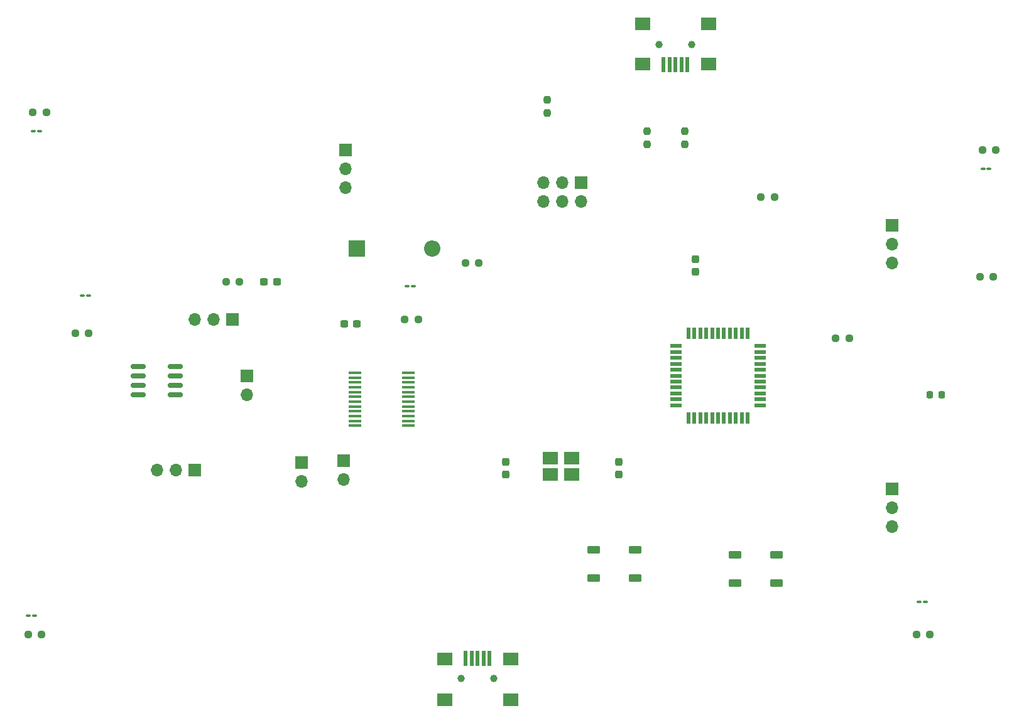
<source format=gts>
G04 #@! TF.GenerationSoftware,KiCad,Pcbnew,7.0.7*
G04 #@! TF.CreationDate,2024-04-22T17:45:01+02:00*
G04 #@! TF.ProjectId,SE3-pad,5345332d-7061-4642-9e6b-696361645f70,rev?*
G04 #@! TF.SameCoordinates,Original*
G04 #@! TF.FileFunction,Soldermask,Top*
G04 #@! TF.FilePolarity,Negative*
%FSLAX46Y46*%
G04 Gerber Fmt 4.6, Leading zero omitted, Abs format (unit mm)*
G04 Created by KiCad (PCBNEW 7.0.7) date 2024-04-22 17:45:01*
%MOMM*%
%LPD*%
G01*
G04 APERTURE LIST*
G04 Aperture macros list*
%AMRoundRect*
0 Rectangle with rounded corners*
0 $1 Rounding radius*
0 $2 $3 $4 $5 $6 $7 $8 $9 X,Y pos of 4 corners*
0 Add a 4 corners polygon primitive as box body*
4,1,4,$2,$3,$4,$5,$6,$7,$8,$9,$2,$3,0*
0 Add four circle primitives for the rounded corners*
1,1,$1+$1,$2,$3*
1,1,$1+$1,$4,$5*
1,1,$1+$1,$6,$7*
1,1,$1+$1,$8,$9*
0 Add four rect primitives between the rounded corners*
20,1,$1+$1,$2,$3,$4,$5,0*
20,1,$1+$1,$4,$5,$6,$7,0*
20,1,$1+$1,$6,$7,$8,$9,0*
20,1,$1+$1,$8,$9,$2,$3,0*%
G04 Aperture macros list end*
%ADD10RoundRect,0.237500X-0.237500X0.300000X-0.237500X-0.300000X0.237500X-0.300000X0.237500X0.300000X0*%
%ADD11RoundRect,0.237500X0.237500X-0.300000X0.237500X0.300000X-0.237500X0.300000X-0.237500X-0.300000X0*%
%ADD12RoundRect,0.218750X0.218750X0.256250X-0.218750X0.256250X-0.218750X-0.256250X0.218750X-0.256250X0*%
%ADD13RoundRect,0.237500X-0.250000X-0.237500X0.250000X-0.237500X0.250000X0.237500X-0.250000X0.237500X0*%
%ADD14RoundRect,0.237500X-0.237500X0.250000X-0.237500X-0.250000X0.237500X-0.250000X0.237500X0.250000X0*%
%ADD15R,0.550000X1.500000*%
%ADD16R,1.500000X0.550000*%
%ADD17R,1.700000X1.700000*%
%ADD18O,1.700000X1.700000*%
%ADD19RoundRect,0.101600X-0.762000X0.381000X-0.762000X-0.381000X0.762000X-0.381000X0.762000X0.381000X0*%
%ADD20R,2.100000X1.800000*%
%ADD21RoundRect,0.237500X0.237500X-0.250000X0.237500X0.250000X-0.237500X0.250000X-0.237500X-0.250000X0*%
%ADD22RoundRect,0.100000X-0.217500X-0.100000X0.217500X-0.100000X0.217500X0.100000X-0.217500X0.100000X0*%
%ADD23R,2.200000X2.200000*%
%ADD24O,2.200000X2.200000*%
%ADD25RoundRect,0.237500X-0.300000X-0.237500X0.300000X-0.237500X0.300000X0.237500X-0.300000X0.237500X0*%
%ADD26C,1.000000*%
%ADD27R,0.500000X2.000000*%
%ADD28R,2.000000X1.700000*%
%ADD29RoundRect,0.150000X-0.825000X-0.150000X0.825000X-0.150000X0.825000X0.150000X-0.825000X0.150000X0*%
%ADD30R,1.750000X0.450000*%
G04 APERTURE END LIST*
D10*
X146050000Y-105590000D03*
X146050000Y-107315000D03*
D11*
X130810000Y-107315000D03*
X130810000Y-105590000D03*
X156337000Y-79983500D03*
X156337000Y-78258500D03*
D12*
X189535000Y-96520000D03*
X187960000Y-96520000D03*
D13*
X165180000Y-69850000D03*
X167005000Y-69850000D03*
D14*
X136398000Y-56722000D03*
X136398000Y-58547000D03*
D13*
X175260000Y-88900000D03*
X177085000Y-88900000D03*
D15*
X163400000Y-88280000D03*
X162600000Y-88280000D03*
X161800000Y-88280000D03*
X161000000Y-88280000D03*
X160200000Y-88280000D03*
X159400000Y-88280000D03*
X158600000Y-88280000D03*
X157800000Y-88280000D03*
X157000000Y-88280000D03*
X156200000Y-88280000D03*
X155400000Y-88280000D03*
D16*
X153700000Y-89980000D03*
X153700000Y-90780000D03*
X153700000Y-91580000D03*
X153700000Y-92380000D03*
X153700000Y-93180000D03*
X153700000Y-93980000D03*
X153700000Y-94780000D03*
X153700000Y-95580000D03*
X153700000Y-96380000D03*
X153700000Y-97180000D03*
X153700000Y-97980000D03*
D15*
X155400000Y-99680000D03*
X156200000Y-99680000D03*
X157000000Y-99680000D03*
X157800000Y-99680000D03*
X158600000Y-99680000D03*
X159400000Y-99680000D03*
X160200000Y-99680000D03*
X161000000Y-99680000D03*
X161800000Y-99680000D03*
X162600000Y-99680000D03*
X163400000Y-99680000D03*
D16*
X165100000Y-97980000D03*
X165100000Y-97180000D03*
X165100000Y-96380000D03*
X165100000Y-95580000D03*
X165100000Y-94780000D03*
X165100000Y-93980000D03*
X165100000Y-93180000D03*
X165100000Y-92380000D03*
X165100000Y-91580000D03*
X165100000Y-90780000D03*
X165100000Y-89980000D03*
D17*
X140970000Y-67945000D03*
D18*
X140970000Y-70485000D03*
X138430000Y-67945000D03*
X138430000Y-70485000D03*
X135890000Y-67945000D03*
X135890000Y-70485000D03*
D19*
X148209000Y-121285000D03*
X142621000Y-121285000D03*
X148209000Y-117475000D03*
X142621000Y-117475000D03*
X167259000Y-121920000D03*
X161671000Y-121920000D03*
X167259000Y-118110000D03*
X161671000Y-118110000D03*
D20*
X136800000Y-107315000D03*
X139700000Y-107315000D03*
X139700000Y-105115000D03*
X136800000Y-105115000D03*
D13*
X194667500Y-80645000D03*
X196492500Y-80645000D03*
D21*
X154940000Y-62785000D03*
X154940000Y-60960000D03*
X149860000Y-62785000D03*
X149860000Y-60960000D03*
D13*
X195025000Y-63500000D03*
X196850000Y-63500000D03*
D22*
X117500000Y-81915000D03*
X118315000Y-81915000D03*
D13*
X72747500Y-88265000D03*
X74572500Y-88265000D03*
D17*
X109220000Y-63500000D03*
D18*
X109220000Y-66040000D03*
X109220000Y-68580000D03*
D17*
X88900000Y-106680000D03*
D18*
X86360000Y-106680000D03*
X83820000Y-106680000D03*
D13*
X67032500Y-58420000D03*
X68857500Y-58420000D03*
D17*
X93980000Y-86360000D03*
D18*
X91440000Y-86360000D03*
X88900000Y-86360000D03*
D22*
X67105000Y-60960000D03*
X67920000Y-60960000D03*
X66470000Y-126365000D03*
X67285000Y-126365000D03*
D17*
X95885000Y-93975000D03*
D18*
X95885000Y-96515000D03*
D13*
X186135000Y-128905000D03*
X187960000Y-128905000D03*
D22*
X73732500Y-83185000D03*
X74547500Y-83185000D03*
D13*
X125325000Y-78740000D03*
X127150000Y-78740000D03*
X93067500Y-81280000D03*
X94892500Y-81280000D03*
D17*
X103251000Y-105664000D03*
D18*
X103251000Y-108204000D03*
D23*
X110720000Y-76835000D03*
D24*
X120880000Y-76835000D03*
D25*
X98197500Y-81280000D03*
X99922500Y-81280000D03*
D26*
X155870000Y-49335000D03*
X151470000Y-49335000D03*
D27*
X155270000Y-52035000D03*
X154470000Y-52035000D03*
X153670000Y-52035000D03*
X152870000Y-52035000D03*
X152070000Y-52035000D03*
D28*
X158120000Y-51935000D03*
X158120000Y-46485000D03*
X149220000Y-51935000D03*
X149220000Y-46485000D03*
D22*
X186485000Y-124460000D03*
X187300000Y-124460000D03*
X195097500Y-66040000D03*
X195912500Y-66040000D03*
D17*
X108966000Y-105410000D03*
D18*
X108966000Y-107950000D03*
D26*
X124800000Y-134815000D03*
X129200000Y-134815000D03*
D27*
X125400000Y-132115000D03*
X126200000Y-132115000D03*
X127000000Y-132115000D03*
X127800000Y-132115000D03*
X128600000Y-132115000D03*
D28*
X122550000Y-132215000D03*
X122550000Y-137665000D03*
X131450000Y-132215000D03*
X131450000Y-137665000D03*
D13*
X117150000Y-86360000D03*
X118975000Y-86360000D03*
D25*
X108995000Y-86995000D03*
X110720000Y-86995000D03*
D29*
X81280000Y-92710000D03*
X81280000Y-93980000D03*
X81280000Y-95250000D03*
X81280000Y-96520000D03*
X86230000Y-96520000D03*
X86230000Y-95250000D03*
X86230000Y-93980000D03*
X86230000Y-92710000D03*
D13*
X66397500Y-128905000D03*
X68222500Y-128905000D03*
D30*
X110490000Y-93580000D03*
X110490000Y-94230000D03*
X110490000Y-94880000D03*
X110490000Y-95530000D03*
X110490000Y-96180000D03*
X110490000Y-96830000D03*
X110490000Y-97480000D03*
X110490000Y-98130000D03*
X110490000Y-98780000D03*
X110490000Y-99430000D03*
X110490000Y-100080000D03*
X110490000Y-100730000D03*
X117690000Y-100730000D03*
X117690000Y-100080000D03*
X117690000Y-99430000D03*
X117690000Y-98780000D03*
X117690000Y-98130000D03*
X117690000Y-97480000D03*
X117690000Y-96830000D03*
X117690000Y-96180000D03*
X117690000Y-95530000D03*
X117690000Y-94880000D03*
X117690000Y-94230000D03*
X117690000Y-93580000D03*
D17*
X182880000Y-109220000D03*
D18*
X182880000Y-111760000D03*
X182880000Y-114300000D03*
D17*
X182880000Y-73660000D03*
D18*
X182880000Y-76200000D03*
X182880000Y-78740000D03*
M02*

</source>
